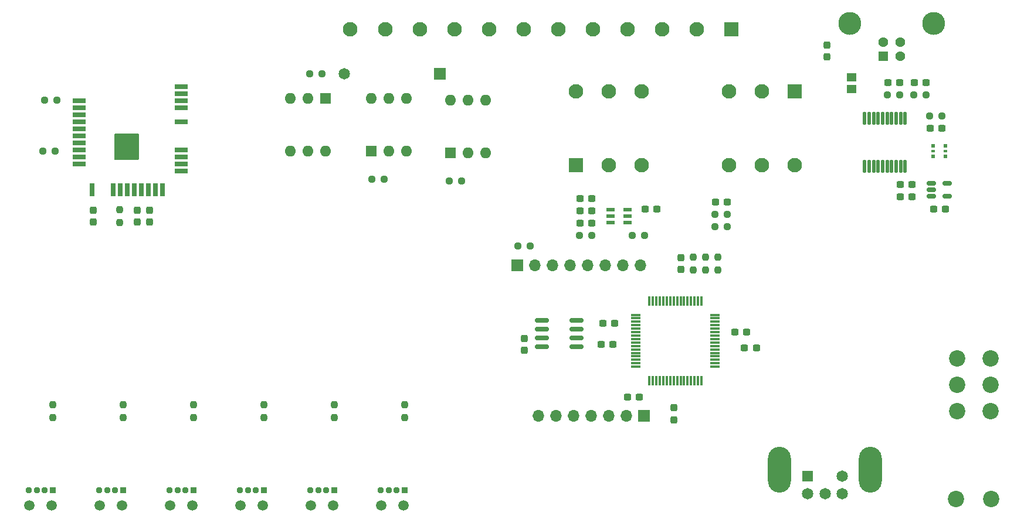
<source format=gts>
%TF.GenerationSoftware,KiCad,Pcbnew,(6.0.9)*%
%TF.CreationDate,2023-05-29T16:16:24-07:00*%
%TF.ProjectId,DSP_TU,4453505f-5455-42e6-9b69-6361645f7063,rev?*%
%TF.SameCoordinates,Original*%
%TF.FileFunction,Soldermask,Top*%
%TF.FilePolarity,Negative*%
%FSLAX46Y46*%
G04 Gerber Fmt 4.6, Leading zero omitted, Abs format (unit mm)*
G04 Created by KiCad (PCBNEW (6.0.9)) date 2023-05-29 16:16:24*
%MOMM*%
%LPD*%
G01*
G04 APERTURE LIST*
G04 Aperture macros list*
%AMRoundRect*
0 Rectangle with rounded corners*
0 $1 Rounding radius*
0 $2 $3 $4 $5 $6 $7 $8 $9 X,Y pos of 4 corners*
0 Add a 4 corners polygon primitive as box body*
4,1,4,$2,$3,$4,$5,$6,$7,$8,$9,$2,$3,0*
0 Add four circle primitives for the rounded corners*
1,1,$1+$1,$2,$3*
1,1,$1+$1,$4,$5*
1,1,$1+$1,$6,$7*
1,1,$1+$1,$8,$9*
0 Add four rect primitives between the rounded corners*
20,1,$1+$1,$2,$3,$4,$5,0*
20,1,$1+$1,$4,$5,$6,$7,0*
20,1,$1+$1,$6,$7,$8,$9,0*
20,1,$1+$1,$8,$9,$2,$3,0*%
G04 Aperture macros list end*
%ADD10RoundRect,0.237500X-0.237500X0.250000X-0.237500X-0.250000X0.237500X-0.250000X0.237500X0.250000X0*%
%ADD11R,1.700000X1.700000*%
%ADD12O,1.700000X1.700000*%
%ADD13RoundRect,0.237500X-0.300000X-0.237500X0.300000X-0.237500X0.300000X0.237500X-0.300000X0.237500X0*%
%ADD14R,1.450000X1.200000*%
%ADD15R,1.428000X1.428000*%
%ADD16C,1.428000*%
%ADD17C,3.316000*%
%ADD18RoundRect,0.237500X-0.250000X-0.237500X0.250000X-0.237500X0.250000X0.237500X-0.250000X0.237500X0*%
%ADD19R,0.950000X0.950000*%
%ADD20C,0.950000*%
%ADD21C,1.500000*%
%ADD22R,0.600000X0.600000*%
%ADD23R,0.600000X0.400000*%
%ADD24RoundRect,0.237500X0.237500X-0.250000X0.237500X0.250000X-0.237500X0.250000X-0.237500X-0.250000X0*%
%ADD25R,2.100000X2.100000*%
%ADD26C,2.100000*%
%ADD27R,1.600000X1.600000*%
%ADD28O,1.600000X1.600000*%
%ADD29RoundRect,0.237500X0.237500X-0.300000X0.237500X0.300000X-0.237500X0.300000X-0.237500X-0.300000X0*%
%ADD30RoundRect,0.237500X0.250000X0.237500X-0.250000X0.237500X-0.250000X-0.237500X0.250000X-0.237500X0*%
%ADD31RoundRect,0.237500X0.300000X0.237500X-0.300000X0.237500X-0.300000X-0.237500X0.300000X-0.237500X0*%
%ADD32R,1.900000X0.800000*%
%ADD33R,0.800000X1.900000*%
%ADD34R,1.200000X0.600000*%
%ADD35RoundRect,0.237500X-0.237500X0.300000X-0.237500X-0.300000X0.237500X-0.300000X0.237500X0.300000X0*%
%ADD36RoundRect,0.150000X-0.825000X-0.150000X0.825000X-0.150000X0.825000X0.150000X-0.825000X0.150000X0*%
%ADD37R,0.300000X1.475000*%
%ADD38R,1.475000X0.300000*%
%ADD39R,1.651000X1.651000*%
%ADD40C,1.651000*%
%ADD41C,2.362200*%
%ADD42RoundRect,0.125000X0.125000X-0.825000X0.125000X0.825000X-0.125000X0.825000X-0.125000X-0.825000X0*%
%ADD43RoundRect,0.150000X-0.512500X-0.150000X0.512500X-0.150000X0.512500X0.150000X-0.512500X0.150000X0*%
%ADD44R,1.650000X1.650000*%
%ADD45C,1.650000*%
%ADD46O,3.316000X6.632000*%
G04 APERTURE END LIST*
D10*
%TO.C,R23*%
X70612000Y-102465500D03*
X70612000Y-104290500D03*
%TD*%
D11*
%TO.C,J1*%
X135641000Y-104083000D03*
D12*
X133101000Y-104083000D03*
X130561000Y-104083000D03*
X128021000Y-104083000D03*
X125481000Y-104083000D03*
X122941000Y-104083000D03*
X120401000Y-104083000D03*
%TD*%
D13*
%TO.C,C7*%
X133249500Y-101346000D03*
X134974500Y-101346000D03*
%TD*%
D14*
%TO.C,FB1*%
X165608000Y-55118000D03*
X165608000Y-56818000D03*
%TD*%
D15*
%TO.C,J3*%
X170180000Y-52070000D03*
D16*
X172680000Y-52070000D03*
X172680000Y-50070000D03*
X170180000Y-50070000D03*
D17*
X177450000Y-47360000D03*
X165410000Y-47360000D03*
%TD*%
D18*
%TO.C,R10*%
X176887500Y-60706000D03*
X178712500Y-60706000D03*
%TD*%
D19*
%TO.C,S6*%
X101092000Y-114808000D03*
D20*
X97642000Y-114808000D03*
D21*
X100967000Y-117008000D03*
X97767000Y-117008000D03*
D20*
X99942000Y-114808000D03*
X98792000Y-114808000D03*
%TD*%
D22*
%TO.C,U5*%
X177408000Y-65036000D03*
D23*
X177408000Y-65786000D03*
D22*
X177408000Y-66536000D03*
X179208000Y-66536000D03*
D23*
X179208000Y-65786000D03*
D22*
X179208000Y-65036000D03*
%TD*%
D24*
%TO.C,R14*%
X144526000Y-82954500D03*
X144526000Y-81129500D03*
%TD*%
D19*
%TO.C,S5*%
X90932000Y-114808000D03*
D20*
X87482000Y-114808000D03*
D21*
X90807000Y-117008000D03*
X87607000Y-117008000D03*
D20*
X89782000Y-114808000D03*
X88632000Y-114808000D03*
%TD*%
D24*
%TO.C,R17*%
X59944000Y-76096500D03*
X59944000Y-74271500D03*
%TD*%
D25*
%TO.C,J5*%
X148283000Y-48196000D03*
D26*
X143283000Y-48196000D03*
X138283000Y-48196000D03*
X133283000Y-48196000D03*
X128283000Y-48196000D03*
X123283000Y-48196000D03*
X118283000Y-48196000D03*
X113283000Y-48196000D03*
X108283000Y-48196000D03*
X103283000Y-48196000D03*
X98283000Y-48196000D03*
X93283000Y-48196000D03*
%TD*%
D27*
%TO.C,K1*%
X96281000Y-65776000D03*
D28*
X98821000Y-65776000D03*
X101361000Y-65776000D03*
X101361000Y-58156000D03*
X98821000Y-58156000D03*
X96281000Y-58156000D03*
%TD*%
D29*
%TO.C,C1*%
X140970000Y-82904500D03*
X140970000Y-81179500D03*
%TD*%
D10*
%TO.C,R24*%
X80772000Y-102465500D03*
X80772000Y-104290500D03*
%TD*%
D27*
%TO.C,K2*%
X107696000Y-66040000D03*
D28*
X110236000Y-66040000D03*
X112776000Y-66040000D03*
X112776000Y-58420000D03*
X110236000Y-58420000D03*
X107696000Y-58420000D03*
%TD*%
D30*
%TO.C,R9*%
X109370500Y-70104000D03*
X107545500Y-70104000D03*
%TD*%
D31*
%TO.C,C11*%
X128116500Y-76200000D03*
X126391500Y-76200000D03*
%TD*%
D30*
%TO.C,R6*%
X172616500Y-57658000D03*
X170791500Y-57658000D03*
%TD*%
D32*
%TO.C,U7*%
X68833000Y-68675000D03*
X68833000Y-67655000D03*
X68833000Y-66639000D03*
X68833000Y-65623000D03*
X68833000Y-61559000D03*
X68833000Y-59527000D03*
X68833000Y-58511000D03*
X68833000Y-57495000D03*
X68833000Y-56479000D03*
X54103000Y-58511000D03*
X54103000Y-59527000D03*
X54103000Y-60543000D03*
X54103000Y-61559000D03*
X54103000Y-62575000D03*
X54103000Y-63591000D03*
X54103000Y-64607000D03*
X54103000Y-65623000D03*
X54103000Y-66639000D03*
X54103000Y-67655000D03*
D33*
X56003000Y-71345000D03*
X59051000Y-71345000D03*
X60067000Y-71345000D03*
X61083000Y-71345000D03*
X62099000Y-71345000D03*
X63115000Y-71345000D03*
X64131000Y-71345000D03*
X65147000Y-71345000D03*
X66163000Y-71345000D03*
%TD*%
D13*
%TO.C,C2*%
X129439500Y-93726000D03*
X131164500Y-93726000D03*
%TD*%
D34*
%TO.C,U2*%
X130830000Y-74234000D03*
X130830000Y-75184000D03*
X130830000Y-76134000D03*
X133330000Y-76134000D03*
X133330000Y-75184000D03*
X133330000Y-74234000D03*
%TD*%
D35*
%TO.C,C22*%
X56134000Y-74321500D03*
X56134000Y-76046500D03*
%TD*%
D10*
%TO.C,R27*%
X50292000Y-102465500D03*
X50292000Y-104290500D03*
%TD*%
D30*
%TO.C,R4*%
X135786500Y-77978000D03*
X133961500Y-77978000D03*
%TD*%
D25*
%TO.C,T2*%
X125805500Y-67818000D03*
D26*
X130555500Y-67818000D03*
X135305500Y-67818000D03*
X135305500Y-57150000D03*
X130555500Y-57150000D03*
X125805500Y-57150000D03*
%TD*%
D13*
%TO.C,C12*%
X135789500Y-74168000D03*
X137514500Y-74168000D03*
%TD*%
D19*
%TO.C,S1*%
X50292000Y-114808000D03*
D20*
X46842000Y-114808000D03*
D21*
X50167000Y-117008000D03*
X46967000Y-117008000D03*
D20*
X49142000Y-114808000D03*
X47992000Y-114808000D03*
%TD*%
D35*
%TO.C,C23*%
X118364000Y-92863500D03*
X118364000Y-94588500D03*
%TD*%
D31*
%TO.C,C13*%
X178662500Y-62484000D03*
X176937500Y-62484000D03*
%TD*%
D13*
%TO.C,C4*%
X150167000Y-94234000D03*
X151892000Y-94234000D03*
%TD*%
D24*
%TO.C,R15*%
X142748000Y-82954500D03*
X142748000Y-81129500D03*
%TD*%
D13*
%TO.C,C10*%
X126391500Y-72644000D03*
X128116500Y-72644000D03*
%TD*%
D36*
%TO.C,U8*%
X120969000Y-90297000D03*
X120969000Y-91567000D03*
X120969000Y-92837000D03*
X120969000Y-94107000D03*
X125919000Y-94107000D03*
X125919000Y-92837000D03*
X125919000Y-91567000D03*
X125919000Y-90297000D03*
%TD*%
D31*
%TO.C,C17*%
X174344500Y-70612000D03*
X172619500Y-70612000D03*
%TD*%
D19*
%TO.C,S4*%
X80772000Y-114808000D03*
D20*
X77322000Y-114808000D03*
D21*
X80647000Y-117008000D03*
X77447000Y-117008000D03*
D20*
X79622000Y-114808000D03*
X78472000Y-114808000D03*
%TD*%
D37*
%TO.C,U1*%
X143958000Y-87480000D03*
X143458000Y-87480000D03*
X142958000Y-87480000D03*
X142458000Y-87480000D03*
X141958000Y-87480000D03*
X141458000Y-87480000D03*
X140958000Y-87480000D03*
X140458000Y-87480000D03*
X139958000Y-87480000D03*
X139458000Y-87480000D03*
X138958000Y-87480000D03*
X138458000Y-87480000D03*
X137958000Y-87480000D03*
X137458000Y-87480000D03*
X136958000Y-87480000D03*
X136458000Y-87480000D03*
D38*
X134470000Y-89468000D03*
X134470000Y-89968000D03*
X134470000Y-90468000D03*
X134470000Y-90968000D03*
X134470000Y-91468000D03*
X134470000Y-91968000D03*
X134470000Y-92468000D03*
X134470000Y-92968000D03*
X134470000Y-93468000D03*
X134470000Y-93968000D03*
X134470000Y-94468000D03*
X134470000Y-94968000D03*
X134470000Y-95468000D03*
X134470000Y-95968000D03*
X134470000Y-96468000D03*
X134470000Y-96968000D03*
D37*
X136458000Y-98956000D03*
X136958000Y-98956000D03*
X137458000Y-98956000D03*
X137958000Y-98956000D03*
X138458000Y-98956000D03*
X138958000Y-98956000D03*
X139458000Y-98956000D03*
X139958000Y-98956000D03*
X140458000Y-98956000D03*
X140958000Y-98956000D03*
X141458000Y-98956000D03*
X141958000Y-98956000D03*
X142458000Y-98956000D03*
X142958000Y-98956000D03*
X143458000Y-98956000D03*
X143958000Y-98956000D03*
D38*
X145946000Y-96968000D03*
X145946000Y-96468000D03*
X145946000Y-95968000D03*
X145946000Y-95468000D03*
X145946000Y-94968000D03*
X145946000Y-94468000D03*
X145946000Y-93968000D03*
X145946000Y-93468000D03*
X145946000Y-92968000D03*
X145946000Y-92468000D03*
X145946000Y-91968000D03*
X145946000Y-91468000D03*
X145946000Y-90968000D03*
X145946000Y-90468000D03*
X145946000Y-89968000D03*
X145946000Y-89468000D03*
%TD*%
D31*
%TO.C,C19*%
X179170500Y-74168000D03*
X177445500Y-74168000D03*
%TD*%
D13*
%TO.C,C5*%
X148743500Y-91948000D03*
X150468500Y-91948000D03*
%TD*%
D19*
%TO.C,S3*%
X70612000Y-114808000D03*
D20*
X67162000Y-114808000D03*
D21*
X70487000Y-117008000D03*
X67287000Y-117008000D03*
D20*
X69462000Y-114808000D03*
X68312000Y-114808000D03*
%TD*%
D18*
%TO.C,R7*%
X174601500Y-57658000D03*
X176426500Y-57658000D03*
%TD*%
D39*
%TO.C,CR1*%
X106172000Y-54610000D03*
D40*
X92379800Y-54610000D03*
%TD*%
D30*
%TO.C,R8*%
X98194500Y-69850000D03*
X96369500Y-69850000D03*
%TD*%
D25*
%TO.C,T1*%
X157404500Y-57150000D03*
D26*
X152654500Y-57150000D03*
X147904500Y-57150000D03*
X147904500Y-67818000D03*
X152654500Y-67818000D03*
X157404500Y-67818000D03*
%TD*%
D24*
%TO.C,R13*%
X146304000Y-82954500D03*
X146304000Y-81129500D03*
%TD*%
D30*
%TO.C,R16*%
X50696500Y-65786000D03*
X48871500Y-65786000D03*
%TD*%
D13*
%TO.C,C14*%
X174651500Y-55880000D03*
X176376500Y-55880000D03*
%TD*%
D41*
%TO.C,S8*%
X180848000Y-95758000D03*
X180848000Y-99568000D03*
X180848000Y-103378000D03*
X185674000Y-95758000D03*
X185674000Y-99568000D03*
X185674000Y-103378000D03*
X180721000Y-116078000D03*
X185801000Y-116078000D03*
%TD*%
D29*
%TO.C,C16*%
X162052000Y-52170500D03*
X162052000Y-50445500D03*
%TD*%
D18*
%TO.C,R12*%
X49125500Y-58420000D03*
X50950500Y-58420000D03*
%TD*%
D30*
%TO.C,R11*%
X89201000Y-54610000D03*
X87376000Y-54610000D03*
%TD*%
D42*
%TO.C,U3*%
X167509000Y-68016000D03*
X168159000Y-68016000D03*
X168809000Y-68016000D03*
X169459000Y-68016000D03*
X170109000Y-68016000D03*
X170759000Y-68016000D03*
X171409000Y-68016000D03*
X172059000Y-68016000D03*
X172709000Y-68016000D03*
X173359000Y-68016000D03*
X173359000Y-61016000D03*
X172709000Y-61016000D03*
X172059000Y-61016000D03*
X171409000Y-61016000D03*
X170759000Y-61016000D03*
X170109000Y-61016000D03*
X169459000Y-61016000D03*
X168809000Y-61016000D03*
X168159000Y-61016000D03*
X167509000Y-61016000D03*
%TD*%
D43*
%TO.C,U6*%
X177170500Y-70424000D03*
X177170500Y-71374000D03*
X177170500Y-72324000D03*
X179445500Y-72324000D03*
X179445500Y-70424000D03*
%TD*%
D18*
%TO.C,R2*%
X145899500Y-76708000D03*
X147724500Y-76708000D03*
%TD*%
%TO.C,R5*%
X126341500Y-77978000D03*
X128166500Y-77978000D03*
%TD*%
D44*
%TO.C,S7*%
X159298000Y-112816000D03*
D45*
X164298000Y-112816000D03*
X159298000Y-115316000D03*
X164298000Y-115316000D03*
X161798000Y-115316000D03*
D46*
X155248000Y-111816000D03*
X168348000Y-111816000D03*
%TD*%
D30*
%TO.C,R1*%
X119276500Y-79502000D03*
X117451500Y-79502000D03*
%TD*%
D13*
%TO.C,C6*%
X129693500Y-90678000D03*
X131418500Y-90678000D03*
%TD*%
D30*
%TO.C,R3*%
X147724500Y-74930000D03*
X145899500Y-74930000D03*
%TD*%
D10*
%TO.C,R25*%
X90932000Y-102465500D03*
X90932000Y-104290500D03*
%TD*%
D35*
%TO.C,C21*%
X64262000Y-74321500D03*
X64262000Y-76046500D03*
%TD*%
%TO.C,C20*%
X62484000Y-74321500D03*
X62484000Y-76046500D03*
%TD*%
D27*
%TO.C,U4*%
X89647000Y-58176000D03*
D28*
X87107000Y-58176000D03*
X84567000Y-58176000D03*
X84567000Y-65796000D03*
X87107000Y-65796000D03*
X89647000Y-65796000D03*
%TD*%
D11*
%TO.C,J2*%
X117348000Y-82296000D03*
D12*
X119888000Y-82296000D03*
X122428000Y-82296000D03*
X124968000Y-82296000D03*
X127508000Y-82296000D03*
X130048000Y-82296000D03*
X132588000Y-82296000D03*
X135128000Y-82296000D03*
%TD*%
D31*
%TO.C,C9*%
X128116500Y-74422000D03*
X126391500Y-74422000D03*
%TD*%
D19*
%TO.C,S2*%
X60452000Y-114808000D03*
D20*
X57002000Y-114808000D03*
D21*
X60327000Y-117008000D03*
X57127000Y-117008000D03*
D20*
X59302000Y-114808000D03*
X58152000Y-114808000D03*
%TD*%
D10*
%TO.C,R22*%
X60452000Y-102465500D03*
X60452000Y-104290500D03*
%TD*%
D31*
%TO.C,C15*%
X172566500Y-55880000D03*
X170841500Y-55880000D03*
%TD*%
%TO.C,C18*%
X174344500Y-72390000D03*
X172619500Y-72390000D03*
%TD*%
%TO.C,C8*%
X147674500Y-73152000D03*
X145949500Y-73152000D03*
%TD*%
D10*
%TO.C,R26*%
X101092000Y-102465500D03*
X101092000Y-104290500D03*
%TD*%
D35*
%TO.C,C3*%
X139954000Y-102923000D03*
X139954000Y-104648000D03*
%TD*%
G36*
X62680121Y-63266002D02*
G01*
X62726614Y-63319658D01*
X62738000Y-63372000D01*
X62738000Y-66930000D01*
X62717998Y-66998121D01*
X62664342Y-67044614D01*
X62612000Y-67056000D01*
X59308000Y-67056000D01*
X59239879Y-67035998D01*
X59193386Y-66982342D01*
X59182000Y-66930000D01*
X59182000Y-63372000D01*
X59202002Y-63303879D01*
X59255658Y-63257386D01*
X59308000Y-63246000D01*
X62612000Y-63246000D01*
X62680121Y-63266002D01*
G37*
M02*

</source>
